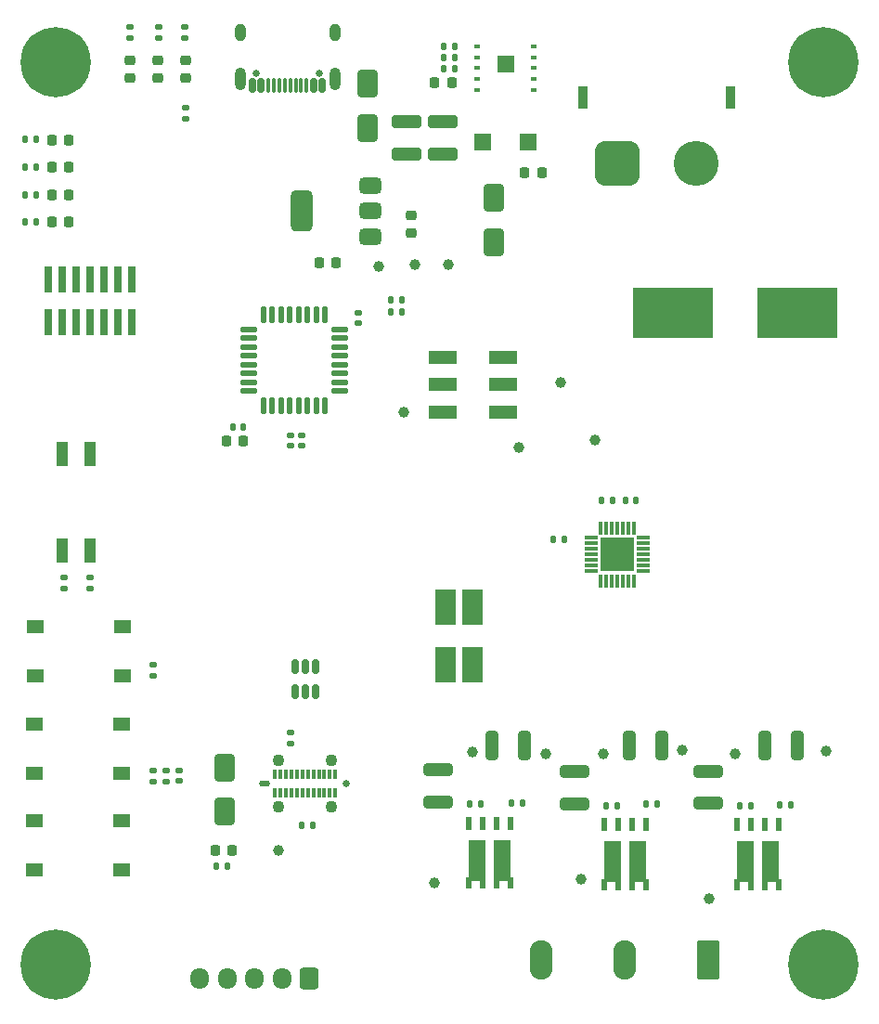
<source format=gbr>
%TF.GenerationSoftware,KiCad,Pcbnew,9.0.0-9.0.0-2~ubuntu22.04.1*%
%TF.CreationDate,2025-03-27T09:55:15+01:00*%
%TF.ProjectId,Motor_driver,4d6f746f-725f-4647-9269-7665722e6b69,rev?*%
%TF.SameCoordinates,Original*%
%TF.FileFunction,Soldermask,Top*%
%TF.FilePolarity,Negative*%
%FSLAX46Y46*%
G04 Gerber Fmt 4.6, Leading zero omitted, Abs format (unit mm)*
G04 Created by KiCad (PCBNEW 9.0.0-9.0.0-2~ubuntu22.04.1) date 2025-03-27 09:55:15*
%MOMM*%
%LPD*%
G01*
G04 APERTURE LIST*
G04 Aperture macros list*
%AMRoundRect*
0 Rectangle with rounded corners*
0 $1 Rounding radius*
0 $2 $3 $4 $5 $6 $7 $8 $9 X,Y pos of 4 corners*
0 Add a 4 corners polygon primitive as box body*
4,1,4,$2,$3,$4,$5,$6,$7,$8,$9,$2,$3,0*
0 Add four circle primitives for the rounded corners*
1,1,$1+$1,$2,$3*
1,1,$1+$1,$4,$5*
1,1,$1+$1,$6,$7*
1,1,$1+$1,$8,$9*
0 Add four rect primitives between the rounded corners*
20,1,$1+$1,$2,$3,$4,$5,0*
20,1,$1+$1,$4,$5,$6,$7,0*
20,1,$1+$1,$6,$7,$8,$9,0*
20,1,$1+$1,$8,$9,$2,$3,0*%
G04 Aperture macros list end*
%ADD10RoundRect,0.250000X-1.100000X0.325000X-1.100000X-0.325000X1.100000X-0.325000X1.100000X0.325000X0*%
%ADD11C,1.000000*%
%ADD12RoundRect,0.225000X-0.250000X0.225000X-0.250000X-0.225000X0.250000X-0.225000X0.250000X0.225000X0*%
%ADD13C,0.800000*%
%ADD14C,6.400000*%
%ADD15RoundRect,0.135000X-0.185000X0.135000X-0.185000X-0.135000X0.185000X-0.135000X0.185000X0.135000X0*%
%ADD16R,1.550000X1.300000*%
%ADD17RoundRect,0.135000X0.135000X0.185000X-0.135000X0.185000X-0.135000X-0.185000X0.135000X-0.185000X0*%
%ADD18RoundRect,0.250000X0.650000X-1.000000X0.650000X1.000000X-0.650000X1.000000X-0.650000X-1.000000X0*%
%ADD19RoundRect,0.135000X-0.135000X-0.185000X0.135000X-0.185000X0.135000X0.185000X-0.135000X0.185000X0*%
%ADD20RoundRect,0.218750X-0.218750X-0.256250X0.218750X-0.256250X0.218750X0.256250X-0.218750X0.256250X0*%
%ADD21R,0.610000X1.270000*%
%ADD22R,1.650000X3.810000*%
%ADD23R,0.610000X1.020000*%
%ADD24R,0.500000X0.400000*%
%ADD25R,1.500000X1.500000*%
%ADD26R,0.740000X2.400000*%
%ADD27RoundRect,0.140000X-0.140000X-0.170000X0.140000X-0.170000X0.140000X0.170000X-0.140000X0.170000X0*%
%ADD28RoundRect,0.250001X0.799999X1.549999X-0.799999X1.549999X-0.799999X-1.549999X0.799999X-1.549999X0*%
%ADD29O,2.100000X3.600000*%
%ADD30C,0.660000*%
%ADD31O,1.000000X0.580000*%
%ADD32R,0.300000X0.850000*%
%ADD33C,1.100000*%
%ADD34RoundRect,0.218750X0.256250X-0.218750X0.256250X0.218750X-0.256250X0.218750X-0.256250X-0.218750X0*%
%ADD35RoundRect,0.125000X0.125000X-0.625000X0.125000X0.625000X-0.125000X0.625000X-0.125000X-0.625000X0*%
%ADD36RoundRect,0.125000X0.625000X-0.125000X0.625000X0.125000X-0.625000X0.125000X-0.625000X-0.125000X0*%
%ADD37RoundRect,0.250000X0.600000X0.725000X-0.600000X0.725000X-0.600000X-0.725000X0.600000X-0.725000X0*%
%ADD38O,1.700000X1.950000*%
%ADD39RoundRect,0.250000X0.312500X1.075000X-0.312500X1.075000X-0.312500X-1.075000X0.312500X-1.075000X0*%
%ADD40R,1.900000X3.250000*%
%ADD41RoundRect,0.140000X0.170000X-0.140000X0.170000X0.140000X-0.170000X0.140000X-0.170000X-0.140000X0*%
%ADD42RoundRect,0.250000X1.075000X-0.312500X1.075000X0.312500X-1.075000X0.312500X-1.075000X-0.312500X0*%
%ADD43C,0.650000*%
%ADD44RoundRect,0.150000X0.150000X0.500000X-0.150000X0.500000X-0.150000X-0.500000X0.150000X-0.500000X0*%
%ADD45RoundRect,0.075000X0.075000X0.575000X-0.075000X0.575000X-0.075000X-0.575000X0.075000X-0.575000X0*%
%ADD46O,1.000000X2.100000*%
%ADD47O,1.000000X1.600000*%
%ADD48R,0.300000X1.150000*%
%ADD49R,1.150000X0.300000*%
%ADD50R,3.150000X3.150000*%
%ADD51RoundRect,0.135000X0.185000X-0.135000X0.185000X0.135000X-0.185000X0.135000X-0.185000X-0.135000X0*%
%ADD52RoundRect,0.250000X-0.650000X1.000000X-0.650000X-1.000000X0.650000X-1.000000X0.650000X1.000000X0*%
%ADD53R,1.100000X2.200000*%
%ADD54RoundRect,0.150000X-0.150000X0.512500X-0.150000X-0.512500X0.150000X-0.512500X0.150000X0.512500X0*%
%ADD55RoundRect,0.225000X0.225000X0.250000X-0.225000X0.250000X-0.225000X-0.250000X0.225000X-0.250000X0*%
%ADD56RoundRect,0.225000X0.250000X-0.225000X0.250000X0.225000X-0.250000X0.225000X-0.250000X-0.225000X0*%
%ADD57R,7.350000X4.650000*%
%ADD58RoundRect,0.140000X-0.170000X0.140000X-0.170000X-0.140000X0.170000X-0.140000X0.170000X0.140000X0*%
%ADD59RoundRect,0.375000X0.625000X0.375000X-0.625000X0.375000X-0.625000X-0.375000X0.625000X-0.375000X0*%
%ADD60RoundRect,0.500000X0.500000X1.400000X-0.500000X1.400000X-0.500000X-1.400000X0.500000X-1.400000X0*%
%ADD61RoundRect,0.225000X-0.225000X-0.250000X0.225000X-0.250000X0.225000X0.250000X-0.225000X0.250000X0*%
%ADD62RoundRect,0.140000X0.140000X0.170000X-0.140000X0.170000X-0.140000X-0.170000X0.140000X-0.170000X0*%
%ADD63RoundRect,0.036364X1.213636X-0.563636X1.213636X0.563636X-1.213636X0.563636X-1.213636X-0.563636X0*%
%ADD64R,0.900000X2.000000*%
%ADD65RoundRect,1.025000X-1.025000X-1.025000X1.025000X-1.025000X1.025000X1.025000X-1.025000X1.025000X0*%
%ADD66C,4.100000*%
G04 APERTURE END LIST*
D10*
%TO.C,C2*%
X102000000Y-66424999D03*
X102000000Y-69375001D03*
%TD*%
D11*
%TO.C,5V*%
X102700000Y-79450000D03*
%TD*%
D12*
%TO.C,C5*%
X102400000Y-75000000D03*
X102400000Y-76550000D03*
%TD*%
D10*
%TO.C,C1*%
X105300000Y-66424999D03*
X105300000Y-69375001D03*
%TD*%
D13*
%TO.C,H3*%
X67600000Y-61000000D03*
X68302944Y-59302944D03*
X68302944Y-62697056D03*
X70000000Y-58600000D03*
D14*
X70000000Y-61000000D03*
D13*
X70000000Y-63400000D03*
X71697056Y-59302944D03*
X71697056Y-62697056D03*
X72400000Y-61000000D03*
%TD*%
D15*
%TO.C,R2*%
X81810000Y-65130002D03*
X81810000Y-66150000D03*
%TD*%
D16*
%TO.C,SW6*%
X76049999Y-117000000D03*
X76049999Y-112500000D03*
X68099999Y-117000000D03*
X68099999Y-112500000D03*
%TD*%
D17*
%TO.C,R31*%
X124859998Y-128640000D03*
X123840000Y-128640000D03*
%TD*%
D11*
%TO.C,5V_USB*%
X90279898Y-132871574D03*
%TD*%
D18*
%TO.C,D4*%
X98400000Y-67000000D03*
X98400000Y-62999998D03*
%TD*%
D11*
%TO.C,GLB*%
X119900000Y-124100000D03*
%TD*%
%TO.C,GHC*%
X140250000Y-123850000D03*
%TD*%
D15*
%TO.C,R14*%
X70700000Y-108000000D03*
X70700000Y-109019998D03*
%TD*%
D17*
%TO.C,R4*%
X106409999Y-59600000D03*
X105390001Y-59600000D03*
%TD*%
D11*
%TO.C,PWM*%
X112250000Y-96150000D03*
%TD*%
D19*
%TO.C,R9*%
X84579900Y-134371575D03*
X85599898Y-134371575D03*
%TD*%
D20*
%TO.C,D9*%
X69614998Y-68090000D03*
X71190000Y-68090000D03*
%TD*%
D21*
%TO.C,SQJ746ELP1*%
X111444999Y-130434999D03*
X110174999Y-130435000D03*
X108904999Y-130435000D03*
X107634999Y-130434999D03*
D22*
X110669999Y-133795000D03*
D23*
X111444999Y-135900000D03*
X110174999Y-135900000D03*
D22*
X108409999Y-133795000D03*
D23*
X108904999Y-135900000D03*
X107634999Y-135900000D03*
%TD*%
D11*
%TO.C,DIR*%
X101700000Y-92900000D03*
%TD*%
%TO.C,TP9*%
X114650000Y-124050000D03*
%TD*%
D24*
%TO.C,PS1*%
X108400000Y-59550000D03*
X108400000Y-60550000D03*
X108399999Y-61550000D03*
X108400000Y-62550000D03*
X108400000Y-63550000D03*
D25*
X108900000Y-68300000D03*
X113100000Y-68300000D03*
D24*
X113600000Y-63550000D03*
X113600000Y-62550000D03*
X113600001Y-61550000D03*
X113600000Y-60550000D03*
X113600000Y-59550000D03*
D25*
X111000000Y-61150000D03*
%TD*%
D16*
%TO.C,SW1*%
X75990000Y-134680000D03*
X75990000Y-130180000D03*
X68040000Y-134680000D03*
X68040000Y-130180000D03*
%TD*%
D26*
%TO.C,J4*%
X69250000Y-84700000D03*
X69250000Y-80800000D03*
X70520000Y-84700000D03*
X70520000Y-80800000D03*
X71790000Y-84700000D03*
X71790000Y-80800000D03*
X73060000Y-84700000D03*
X73060000Y-80800000D03*
X74330000Y-84700000D03*
X74330000Y-80800000D03*
X75600000Y-84700000D03*
X75600000Y-80800000D03*
X76870000Y-84700000D03*
X76870000Y-80800000D03*
%TD*%
D27*
%TO.C,C3*%
X115390000Y-104500000D03*
X116350000Y-104500000D03*
%TD*%
D17*
%TO.C,R23*%
X101590000Y-82700000D03*
X100570002Y-82700000D03*
%TD*%
D15*
%TO.C,R18*%
X80050000Y-125580002D03*
X80050000Y-126600000D03*
%TD*%
D28*
%TO.C,J3*%
X129500000Y-142900000D03*
D29*
X121880000Y-142900000D03*
X114260000Y-142900000D03*
%TD*%
D30*
%TO.C,J6*%
X96479899Y-126806573D03*
D31*
X88979901Y-126806573D03*
D32*
X95479900Y-127641573D03*
X94979900Y-127641573D03*
X94479900Y-127641573D03*
X93979900Y-127641573D03*
X93479900Y-127641573D03*
X92979900Y-127641573D03*
X92479900Y-127641573D03*
X91979900Y-127641573D03*
X91479900Y-127641573D03*
X90979900Y-127641573D03*
X90479900Y-127641573D03*
X89979900Y-127641573D03*
X89979900Y-125971573D03*
X90479900Y-125971573D03*
X90979900Y-125971573D03*
X91479900Y-125971573D03*
X91979900Y-125971573D03*
X92479900Y-125971573D03*
X92979900Y-125971573D03*
X93479900Y-125971573D03*
X93979900Y-125971573D03*
X94479900Y-125971573D03*
X94979900Y-125971573D03*
X95479900Y-125971573D03*
D33*
X95129900Y-128956573D03*
X95129900Y-124656573D03*
X90329900Y-128956573D03*
X90329900Y-124656573D03*
%TD*%
D34*
%TO.C,D11*%
X79319253Y-62424032D03*
X79319253Y-60849030D03*
%TD*%
D17*
%TO.C,R7*%
X68194996Y-75600000D03*
X67174998Y-75600000D03*
%TD*%
D11*
%TO.C,GHB*%
X127150000Y-123750000D03*
%TD*%
D17*
%TO.C,R6*%
X106409999Y-60600000D03*
X105390001Y-60600000D03*
%TD*%
D11*
%TO.C,TP5V_BUCK*%
X105800000Y-79450000D03*
%TD*%
%TO.C,TP11*%
X107950000Y-123950000D03*
%TD*%
D35*
%TO.C,U3*%
X88936397Y-92372918D03*
X89736397Y-92372918D03*
X90536397Y-92372918D03*
X91336397Y-92372918D03*
X92136397Y-92372918D03*
X92936397Y-92372918D03*
X93736397Y-92372918D03*
X94536397Y-92372918D03*
D36*
X95911397Y-90997918D03*
X95911397Y-90197918D03*
X95911397Y-89397918D03*
X95911397Y-88597918D03*
X95911397Y-87797918D03*
X95911397Y-86997918D03*
X95911397Y-86197918D03*
X95911397Y-85397918D03*
D35*
X94536397Y-84022918D03*
X93736397Y-84022918D03*
X92936397Y-84022918D03*
X92136397Y-84022918D03*
X91336397Y-84022918D03*
X90536397Y-84022918D03*
X89736397Y-84022918D03*
X88936397Y-84022918D03*
D36*
X87561397Y-85397918D03*
X87561397Y-86197918D03*
X87561397Y-86997918D03*
X87561397Y-87797918D03*
X87561397Y-88597918D03*
X87561397Y-89397918D03*
X87561397Y-90197918D03*
X87561397Y-90997918D03*
%TD*%
D17*
%TO.C,R24*%
X101580000Y-83830000D03*
X100560002Y-83830000D03*
%TD*%
D11*
%TO.C,3V3*%
X99400000Y-79650000D03*
%TD*%
D37*
%TO.C,J2*%
X93100000Y-144600000D03*
D38*
X90600000Y-144600000D03*
X88100000Y-144600000D03*
X85600000Y-144600000D03*
X83100000Y-144600000D03*
%TD*%
D17*
%TO.C,R10*%
X68200000Y-70590000D03*
X67180002Y-70590000D03*
%TD*%
D27*
%TO.C,C15*%
X86150001Y-94297207D03*
X87110001Y-94297207D03*
%TD*%
D21*
%TO.C,SQJ746ELP2*%
X123805000Y-130524999D03*
X122535000Y-130525000D03*
X121265000Y-130525000D03*
X119995000Y-130524999D03*
D22*
X123030000Y-133885000D03*
D23*
X123805000Y-135990000D03*
X122535000Y-135990000D03*
D22*
X120770000Y-133885000D03*
D23*
X121265000Y-135990000D03*
X119995000Y-135990000D03*
%TD*%
D39*
%TO.C,R32*%
X125225000Y-123300000D03*
X122300000Y-123300000D03*
%TD*%
D34*
%TO.C,D10*%
X76729254Y-62424033D03*
X76729254Y-60849031D03*
%TD*%
D40*
%TO.C,R3*%
X108000000Y-116000000D03*
X105500000Y-116000000D03*
X105500000Y-110750000D03*
X108000000Y-110750000D03*
%TD*%
D20*
%TO.C,D6*%
X69614998Y-73090000D03*
X71190000Y-73090000D03*
%TD*%
D41*
%TO.C,C12*%
X91382841Y-96016853D03*
X91382841Y-95056853D03*
%TD*%
D19*
%TO.C,R30*%
X107750001Y-128695000D03*
X108769999Y-128695000D03*
%TD*%
D42*
%TO.C,R37*%
X129469999Y-128595000D03*
X129469999Y-125670000D03*
%TD*%
D20*
%TO.C,D5*%
X69614998Y-75590000D03*
X71190000Y-75590000D03*
%TD*%
D19*
%TO.C,R34*%
X120150001Y-128795000D03*
X121169999Y-128795000D03*
%TD*%
D43*
%TO.C,J5*%
X94000000Y-62000000D03*
X88220000Y-62000000D03*
D44*
X94310000Y-63140000D03*
X93510000Y-63140000D03*
D45*
X92360000Y-63139999D03*
X91360000Y-63140000D03*
X90860000Y-63140000D03*
X89860000Y-63139999D03*
D44*
X88710000Y-63140000D03*
X87910000Y-63140000D03*
X87910000Y-63140000D03*
X88710000Y-63140000D03*
D45*
X89360000Y-63140000D03*
X90360000Y-63140000D03*
X91860000Y-63140000D03*
X92860000Y-63140000D03*
D44*
X93510000Y-63140000D03*
X94310000Y-63140000D03*
D46*
X95430000Y-62500000D03*
D47*
X95430000Y-58320000D03*
D46*
X86790000Y-62500000D03*
D47*
X86790000Y-58320000D03*
%TD*%
D11*
%TO.C,24V*%
X119200000Y-95440000D03*
%TD*%
D16*
%TO.C,SW5*%
X76000000Y-125850000D03*
X76000000Y-121350000D03*
X68050000Y-125850000D03*
X68050000Y-121350000D03*
%TD*%
D48*
%TO.C,IC1*%
X119700000Y-108300000D03*
X120200000Y-108300000D03*
X120700000Y-108300000D03*
X121200000Y-108300000D03*
X121700000Y-108300000D03*
X122200000Y-108300000D03*
X122700000Y-108300000D03*
D49*
X123600000Y-107400000D03*
X123600000Y-106900000D03*
X123600000Y-106400000D03*
X123600000Y-105900000D03*
X123600000Y-105400000D03*
X123600000Y-104900000D03*
X123600000Y-104400000D03*
D48*
X122700000Y-103500000D03*
X122200000Y-103500000D03*
X121700000Y-103500000D03*
X121200000Y-103500000D03*
X120700000Y-103500000D03*
X120200000Y-103500000D03*
X119700000Y-103500000D03*
D49*
X118800000Y-104400000D03*
X118800000Y-104900000D03*
X118800000Y-105400000D03*
X118800000Y-105900000D03*
X118800000Y-106400000D03*
X118800000Y-106900000D03*
X118800000Y-107400000D03*
D50*
X121200000Y-105900000D03*
%TD*%
D21*
%TO.C,SQJ746ELP3*%
X135944999Y-130534999D03*
X134674999Y-130535000D03*
X133404999Y-130535000D03*
X132134999Y-130534999D03*
D22*
X135169999Y-133895000D03*
D23*
X135944999Y-136000000D03*
X134674999Y-136000000D03*
D22*
X132909999Y-133895000D03*
D23*
X133404999Y-136000000D03*
X132134999Y-136000000D03*
%TD*%
D17*
%TO.C,R8*%
X68194997Y-73090000D03*
X67174999Y-73090000D03*
%TD*%
D11*
%TO.C,BRAKE*%
X116050000Y-90250000D03*
%TD*%
D19*
%TO.C,R38*%
X132369999Y-128795000D03*
X133389997Y-128795000D03*
%TD*%
%TO.C,R20*%
X92380002Y-130600000D03*
X93400000Y-130600000D03*
%TD*%
D51*
%TO.C,R21*%
X91379899Y-123141574D03*
X91379899Y-122121576D03*
%TD*%
D52*
%TO.C,D3*%
X85379899Y-125371572D03*
X85379899Y-129371574D03*
%TD*%
D53*
%TO.C,SW3*%
X73110000Y-96720000D03*
X70570000Y-96720000D03*
X70570000Y-105520000D03*
X73110000Y-105520000D03*
%TD*%
D54*
%TO.C,U4*%
X93679899Y-116141574D03*
X92729900Y-116141574D03*
X91779901Y-116141574D03*
X91779901Y-118416574D03*
X92729900Y-118416574D03*
X93679899Y-118416574D03*
%TD*%
D55*
%TO.C,C4*%
X106100000Y-62900000D03*
X104550000Y-62900000D03*
%TD*%
D11*
%TO.C,SC*%
X129600000Y-137300000D03*
%TD*%
D56*
%TO.C,D1*%
X81819254Y-62424033D03*
X81819254Y-60874033D03*
%TD*%
D51*
%TO.C,R19*%
X78850000Y-126600000D03*
X78850000Y-125580002D03*
%TD*%
D11*
%TO.C,GLA*%
X131950000Y-124050000D03*
%TD*%
%TO.C,SA*%
X104500000Y-135900000D03*
%TD*%
D51*
%TO.C,R1*%
X81769253Y-58844033D03*
X81769253Y-57824035D03*
%TD*%
D15*
%TO.C,R22*%
X78900000Y-115980002D03*
X78900000Y-117000000D03*
%TD*%
D27*
%TO.C,C6*%
X119780001Y-101000000D03*
X120740001Y-101000000D03*
%TD*%
D39*
%TO.C,R36*%
X137600000Y-123300000D03*
X134675000Y-123300000D03*
%TD*%
D57*
%TO.C,C10*%
X126240000Y-83840000D03*
X137640000Y-83840000D03*
%TD*%
D39*
%TO.C,R28*%
X112700000Y-123300000D03*
X109775000Y-123300000D03*
%TD*%
D58*
%TO.C,C16*%
X92372792Y-95056854D03*
X92372792Y-96016854D03*
%TD*%
D20*
%TO.C,D7*%
X84504896Y-132871575D03*
X86079898Y-132871575D03*
%TD*%
D55*
%TO.C,C18*%
X87110000Y-95570000D03*
X85560000Y-95570000D03*
%TD*%
D17*
%TO.C,R11*%
X68194997Y-68070000D03*
X67174999Y-68070000D03*
%TD*%
D59*
%TO.C,U1*%
X98700001Y-76900000D03*
X98700000Y-74600000D03*
X98700001Y-72300000D03*
D60*
X92400002Y-74600000D03*
%TD*%
D61*
%TO.C,C9*%
X112750000Y-71100000D03*
X114300000Y-71100000D03*
%TD*%
D13*
%TO.C,H4*%
X67600000Y-143302944D03*
X68302944Y-141605888D03*
X68302944Y-145000000D03*
X70000000Y-140902944D03*
D14*
X70000000Y-143302944D03*
D13*
X70000000Y-145702944D03*
X71697056Y-141605888D03*
X71697056Y-145000000D03*
X72400000Y-143302944D03*
%TD*%
D55*
%TO.C,C8*%
X95550000Y-79300000D03*
X94000000Y-79300000D03*
%TD*%
D62*
%TO.C,C7*%
X122900000Y-101000000D03*
X121940000Y-101000000D03*
%TD*%
D19*
%TO.C,R5*%
X105390001Y-61600000D03*
X106409999Y-61600000D03*
%TD*%
D20*
%TO.C,D8*%
X69614998Y-70590000D03*
X71190000Y-70590000D03*
%TD*%
D42*
%TO.C,R29*%
X104869999Y-128495000D03*
X104869999Y-125570000D03*
%TD*%
D17*
%TO.C,R35*%
X136999999Y-128710000D03*
X135980001Y-128710000D03*
%TD*%
D11*
%TO.C,SB*%
X117900000Y-135500000D03*
%TD*%
D42*
%TO.C,R33*%
X117269999Y-128620000D03*
X117269999Y-125695000D03*
%TD*%
D13*
%TO.C,H1*%
X137600000Y-143302944D03*
X138302944Y-141605888D03*
X138302944Y-145000000D03*
X140000000Y-140902944D03*
D14*
X140000000Y-143302944D03*
D13*
X140000000Y-145702944D03*
X141697056Y-141605888D03*
X141697056Y-145000000D03*
X142400000Y-143302944D03*
%TD*%
D18*
%TO.C,D2*%
X109900000Y-77400002D03*
X109900000Y-73400000D03*
%TD*%
D58*
%TO.C,C17*%
X97600000Y-83840000D03*
X97600000Y-84800000D03*
%TD*%
D63*
%TO.C,U2*%
X105300000Y-87900000D03*
X105300000Y-90400000D03*
X105300000Y-92900000D03*
X110800000Y-87900000D03*
X110800000Y-90400000D03*
X110800000Y-92900000D03*
%TD*%
D17*
%TO.C,R27*%
X112530000Y-128610000D03*
X111510002Y-128610000D03*
%TD*%
D13*
%TO.C,H2*%
X137600000Y-61000000D03*
X138302944Y-59302944D03*
X138302944Y-62697056D03*
X140000000Y-58600000D03*
D14*
X140000000Y-61000000D03*
D13*
X140000000Y-63400000D03*
X141697056Y-59302944D03*
X141697056Y-62697056D03*
X142400000Y-61000000D03*
%TD*%
D15*
%TO.C,R15*%
X73100000Y-108000000D03*
X73100000Y-109019998D03*
%TD*%
D51*
%TO.C,R25*%
X76729254Y-58849031D03*
X76729254Y-57829033D03*
%TD*%
%TO.C,R26*%
X79329253Y-58849031D03*
X79329253Y-57829033D03*
%TD*%
D64*
%TO.C,J1*%
X118050000Y-64200000D03*
X131550000Y-64200000D03*
D65*
X121200000Y-70200000D03*
D66*
X128400000Y-70200000D03*
%TD*%
D58*
%TO.C,C14*%
X81250000Y-125600001D03*
X81250000Y-126560001D03*
%TD*%
M02*

</source>
